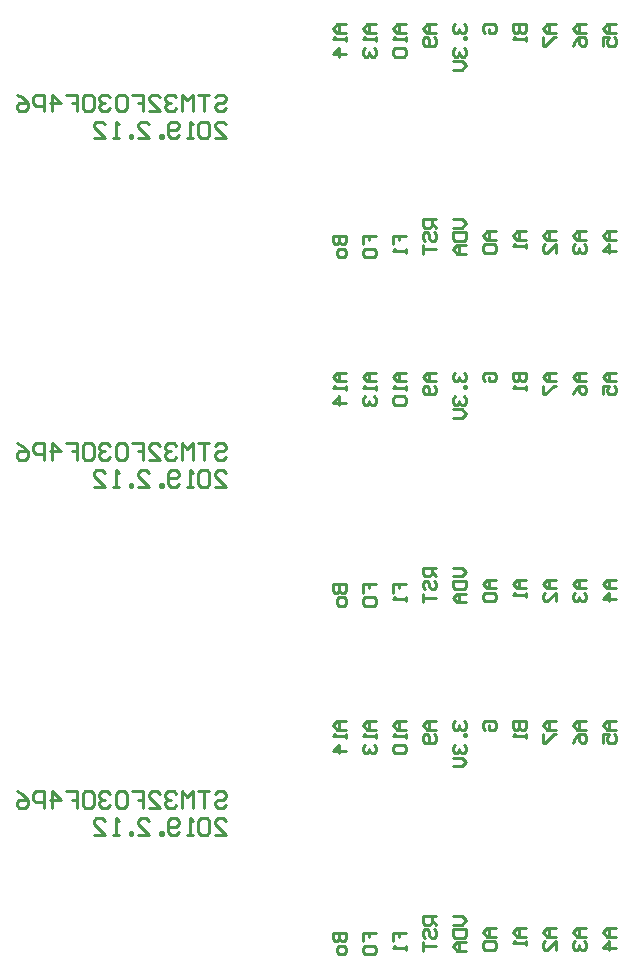
<source format=gbo>
G04 Layer_Color=32896*
%FSLAX44Y44*%
%MOMM*%
G71*
G01*
G75*
%ADD27C,0.2540*%
D27*
X305780Y166633D02*
X308112Y168966D01*
X312777D01*
X315110Y166633D01*
Y164301D01*
X312777Y161968D01*
X308112D01*
X305780Y159636D01*
Y157303D01*
X308112Y154971D01*
X312777D01*
X315110Y157303D01*
X301115Y168966D02*
X291784D01*
X296449D01*
Y154971D01*
X287119D02*
Y168966D01*
X282454Y164301D01*
X277789Y168966D01*
Y154971D01*
X273124Y166633D02*
X270791Y168966D01*
X266126D01*
X263793Y166633D01*
Y164301D01*
X266126Y161968D01*
X268458D01*
X266126D01*
X263793Y159636D01*
Y157303D01*
X266126Y154971D01*
X270791D01*
X273124Y157303D01*
X249798Y154971D02*
X259128D01*
X249798Y164301D01*
Y166633D01*
X252130Y168966D01*
X256796D01*
X259128Y166633D01*
X235802Y168966D02*
X245133D01*
Y161968D01*
X240467D01*
X245133D01*
Y154971D01*
X231137Y166633D02*
X228805Y168966D01*
X224139D01*
X221807Y166633D01*
Y157303D01*
X224139Y154971D01*
X228805D01*
X231137Y157303D01*
Y166633D01*
X217142D02*
X214809Y168966D01*
X210144D01*
X207811Y166633D01*
Y164301D01*
X210144Y161968D01*
X212477D01*
X210144D01*
X207811Y159636D01*
Y157303D01*
X210144Y154971D01*
X214809D01*
X217142Y157303D01*
X203146Y166633D02*
X200814Y168966D01*
X196148D01*
X193816Y166633D01*
Y157303D01*
X196148Y154971D01*
X200814D01*
X203146Y157303D01*
Y166633D01*
X179820Y168966D02*
X189151D01*
Y161968D01*
X184486D01*
X189151D01*
Y154971D01*
X168158D02*
Y168966D01*
X175155Y161968D01*
X165825D01*
X161160Y154971D02*
Y168966D01*
X154162D01*
X151830Y166633D01*
Y161968D01*
X154162Y159636D01*
X161160D01*
X137834Y168966D02*
X142499Y166633D01*
X147164Y161968D01*
Y157303D01*
X144832Y154971D01*
X140167D01*
X137834Y157303D01*
Y159636D01*
X140167Y161968D01*
X147164D01*
X305780Y132080D02*
X315110D01*
X305780Y141410D01*
Y143743D01*
X308112Y146075D01*
X312777D01*
X315110Y143743D01*
X301115D02*
X298782Y146075D01*
X294117D01*
X291784Y143743D01*
Y134413D01*
X294117Y132080D01*
X298782D01*
X301115Y134413D01*
Y143743D01*
X287119Y132080D02*
X282454D01*
X284786D01*
Y146075D01*
X287119Y143743D01*
X275456Y134413D02*
X273124Y132080D01*
X268458D01*
X266126Y134413D01*
Y143743D01*
X268458Y146075D01*
X273124D01*
X275456Y143743D01*
Y141410D01*
X273124Y139078D01*
X266126D01*
X261461Y132080D02*
Y134413D01*
X259128D01*
Y132080D01*
X261461D01*
X240467D02*
X249798D01*
X240467Y141410D01*
Y143743D01*
X242800Y146075D01*
X247465D01*
X249798Y143743D01*
X235802Y132080D02*
Y134413D01*
X233470D01*
Y132080D01*
X235802D01*
X224139D02*
X219474D01*
X221807D01*
Y146075D01*
X224139Y143743D01*
X203146Y132080D02*
X212477D01*
X203146Y141410D01*
Y143743D01*
X205479Y146075D01*
X210144D01*
X212477Y143743D01*
X558114Y228600D02*
X569110D01*
Y223102D01*
X567277Y221269D01*
X565444D01*
X563612Y223102D01*
Y228600D01*
Y223102D01*
X561779Y221269D01*
X559946D01*
X558114Y223102D01*
Y228600D01*
X569110Y217604D02*
Y213938D01*
Y215771D01*
X558114D01*
X559946Y217604D01*
X594510Y228600D02*
X587179D01*
X583514Y224935D01*
X587179Y221269D01*
X594510D01*
X589012D01*
Y228600D01*
X583514Y217604D02*
Y210273D01*
X585346D01*
X592677Y217604D01*
X594510D01*
X619910Y228600D02*
X612579D01*
X608914Y224935D01*
X612579Y221269D01*
X619910D01*
X614412D01*
Y228600D01*
X608914Y210273D02*
X610746Y213938D01*
X614412Y217604D01*
X618077D01*
X619910Y215771D01*
Y212105D01*
X618077Y210273D01*
X616245D01*
X614412Y212105D01*
Y217604D01*
X645310Y228600D02*
X637979D01*
X634314Y224935D01*
X637979Y221269D01*
X645310D01*
X639812D01*
Y228600D01*
X634314Y210273D02*
Y217604D01*
X639812D01*
X637979Y213938D01*
Y212105D01*
X639812Y210273D01*
X643477D01*
X645310Y212105D01*
Y215771D01*
X643477Y217604D01*
X534546Y221269D02*
X532714Y223102D01*
Y226767D01*
X534546Y228600D01*
X541877D01*
X543710Y226767D01*
Y223102D01*
X541877Y221269D01*
X538212D01*
Y224935D01*
X509146Y228600D02*
X507314Y226767D01*
Y223102D01*
X509146Y221269D01*
X510979D01*
X512812Y223102D01*
Y224935D01*
Y223102D01*
X514645Y221269D01*
X516477D01*
X518310Y223102D01*
Y226767D01*
X516477Y228600D01*
X518310Y217604D02*
X516477D01*
Y215771D01*
X518310D01*
Y217604D01*
X509146Y208440D02*
X507314Y206607D01*
Y202942D01*
X509146Y201109D01*
X510979D01*
X512812Y202942D01*
Y204774D01*
Y202942D01*
X514645Y201109D01*
X516477D01*
X518310Y202942D01*
Y206607D01*
X516477Y208440D01*
X507314Y197443D02*
X514645D01*
X518310Y193778D01*
X514645Y190112D01*
X507314D01*
X492910Y228600D02*
X485579D01*
X481914Y224935D01*
X485579Y221269D01*
X492910D01*
X487412D01*
Y228600D01*
X491077Y217604D02*
X492910Y215771D01*
Y212105D01*
X491077Y210273D01*
X483746D01*
X481914Y212105D01*
Y215771D01*
X483746Y217604D01*
X485579D01*
X487412Y215771D01*
Y210273D01*
X467510Y228600D02*
X460179D01*
X456514Y224935D01*
X460179Y221269D01*
X467510D01*
X462012D01*
Y228600D01*
X467510Y217604D02*
Y213938D01*
Y215771D01*
X456514D01*
X458346Y217604D01*
Y208440D02*
X456514Y206607D01*
Y202942D01*
X458346Y201109D01*
X465677D01*
X467510Y202942D01*
Y206607D01*
X465677Y208440D01*
X458346D01*
X442110Y228600D02*
X434779D01*
X431114Y224935D01*
X434779Y221269D01*
X442110D01*
X436612D01*
Y228600D01*
X442110Y217604D02*
Y213938D01*
Y215771D01*
X431114D01*
X432946Y217604D01*
Y208440D02*
X431114Y206607D01*
Y202942D01*
X432946Y201109D01*
X434779D01*
X436612Y202942D01*
Y204774D01*
Y202942D01*
X438445Y201109D01*
X440277D01*
X442110Y202942D01*
Y206607D01*
X440277Y208440D01*
X416710Y228600D02*
X409379D01*
X405714Y224935D01*
X409379Y221269D01*
X416710D01*
X411212D01*
Y228600D01*
X416710Y217604D02*
Y213938D01*
Y215771D01*
X405714D01*
X407546Y217604D01*
X416710Y202942D02*
X405714D01*
X411212Y208440D01*
Y201109D01*
X431114Y42199D02*
Y49530D01*
X436612D01*
Y45865D01*
Y49530D01*
X442110D01*
X432946Y38534D02*
X431114Y36701D01*
Y33035D01*
X432946Y31203D01*
X440277D01*
X442110Y33035D01*
Y36701D01*
X440277Y38534D01*
X432946D01*
X456514Y42199D02*
Y49530D01*
X462012D01*
Y45865D01*
Y49530D01*
X467510D01*
Y38534D02*
Y34868D01*
Y36701D01*
X456514D01*
X458346Y38534D01*
X405714Y49530D02*
X416710D01*
Y44032D01*
X414877Y42199D01*
X413045D01*
X411212Y44032D01*
Y49530D01*
Y44032D01*
X409379Y42199D01*
X407546D01*
X405714Y44032D01*
Y49530D01*
X416710Y36701D02*
Y33035D01*
X414877Y31203D01*
X411212D01*
X409379Y33035D01*
Y36701D01*
X411212Y38534D01*
X414877D01*
X416710Y36701D01*
X492910Y63500D02*
X481914D01*
Y58002D01*
X483746Y56169D01*
X487412D01*
X489244Y58002D01*
Y63500D01*
Y59834D02*
X492910Y56169D01*
X483746Y45173D02*
X481914Y47005D01*
Y50671D01*
X483746Y52504D01*
X485579D01*
X487412Y50671D01*
Y47005D01*
X489244Y45173D01*
X491077D01*
X492910Y47005D01*
Y50671D01*
X491077Y52504D01*
X481914Y41507D02*
Y34176D01*
Y37842D01*
X492910D01*
X507314Y63500D02*
X514645D01*
X518310Y59834D01*
X514645Y56169D01*
X507314D01*
Y52504D02*
X518310D01*
Y47005D01*
X516477Y45173D01*
X509146D01*
X507314Y47005D01*
Y52504D01*
X518310Y41507D02*
X510979D01*
X507314Y37842D01*
X510979Y34176D01*
X518310D01*
X512812D01*
Y41507D01*
X543710Y53340D02*
X536379D01*
X532714Y49675D01*
X536379Y46009D01*
X543710D01*
X538212D01*
Y53340D01*
X534546Y42344D02*
X532714Y40511D01*
Y36845D01*
X534546Y35013D01*
X541877D01*
X543710Y36845D01*
Y40511D01*
X541877Y42344D01*
X534546D01*
X569110Y53340D02*
X561779D01*
X558114Y49675D01*
X561779Y46009D01*
X569110D01*
X563612D01*
Y53340D01*
X569110Y42344D02*
Y38678D01*
Y40511D01*
X558114D01*
X559946Y42344D01*
X594510Y53340D02*
X587179D01*
X583514Y49675D01*
X587179Y46009D01*
X594510D01*
X589012D01*
Y53340D01*
X594510Y35013D02*
Y42344D01*
X587179Y35013D01*
X585346D01*
X583514Y36845D01*
Y40511D01*
X585346Y42344D01*
X619910Y53340D02*
X612579D01*
X608914Y49675D01*
X612579Y46009D01*
X619910D01*
X614412D01*
Y53340D01*
X610746Y42344D02*
X608914Y40511D01*
Y36845D01*
X610746Y35013D01*
X612579D01*
X614412Y36845D01*
Y38678D01*
Y36845D01*
X616245Y35013D01*
X618077D01*
X619910Y36845D01*
Y40511D01*
X618077Y42344D01*
X645310Y53340D02*
X637979D01*
X634314Y49675D01*
X637979Y46009D01*
X645310D01*
X639812D01*
Y53340D01*
X645310Y36845D02*
X634314D01*
X639812Y42344D01*
Y35013D01*
X305780Y461633D02*
X308112Y463966D01*
X312777D01*
X315110Y461633D01*
Y459301D01*
X312777Y456968D01*
X308112D01*
X305780Y454636D01*
Y452303D01*
X308112Y449971D01*
X312777D01*
X315110Y452303D01*
X301115Y463966D02*
X291784D01*
X296449D01*
Y449971D01*
X287119D02*
Y463966D01*
X282454Y459301D01*
X277789Y463966D01*
Y449971D01*
X273124Y461633D02*
X270791Y463966D01*
X266126D01*
X263793Y461633D01*
Y459301D01*
X266126Y456968D01*
X268458D01*
X266126D01*
X263793Y454636D01*
Y452303D01*
X266126Y449971D01*
X270791D01*
X273124Y452303D01*
X249798Y449971D02*
X259128D01*
X249798Y459301D01*
Y461633D01*
X252130Y463966D01*
X256796D01*
X259128Y461633D01*
X235802Y463966D02*
X245133D01*
Y456968D01*
X240467D01*
X245133D01*
Y449971D01*
X231137Y461633D02*
X228805Y463966D01*
X224139D01*
X221807Y461633D01*
Y452303D01*
X224139Y449971D01*
X228805D01*
X231137Y452303D01*
Y461633D01*
X217142D02*
X214809Y463966D01*
X210144D01*
X207811Y461633D01*
Y459301D01*
X210144Y456968D01*
X212477D01*
X210144D01*
X207811Y454636D01*
Y452303D01*
X210144Y449971D01*
X214809D01*
X217142Y452303D01*
X203146Y461633D02*
X200814Y463966D01*
X196148D01*
X193816Y461633D01*
Y452303D01*
X196148Y449971D01*
X200814D01*
X203146Y452303D01*
Y461633D01*
X179820Y463966D02*
X189151D01*
Y456968D01*
X184486D01*
X189151D01*
Y449971D01*
X168158D02*
Y463966D01*
X175155Y456968D01*
X165825D01*
X161160Y449971D02*
Y463966D01*
X154162D01*
X151830Y461633D01*
Y456968D01*
X154162Y454636D01*
X161160D01*
X137834Y463966D02*
X142499Y461633D01*
X147164Y456968D01*
Y452303D01*
X144832Y449971D01*
X140167D01*
X137834Y452303D01*
Y454636D01*
X140167Y456968D01*
X147164D01*
X305780Y427080D02*
X315110D01*
X305780Y436410D01*
Y438743D01*
X308112Y441076D01*
X312777D01*
X315110Y438743D01*
X301115D02*
X298782Y441076D01*
X294117D01*
X291784Y438743D01*
Y429413D01*
X294117Y427080D01*
X298782D01*
X301115Y429413D01*
Y438743D01*
X287119Y427080D02*
X282454D01*
X284786D01*
Y441076D01*
X287119Y438743D01*
X275456Y429413D02*
X273124Y427080D01*
X268458D01*
X266126Y429413D01*
Y438743D01*
X268458Y441076D01*
X273124D01*
X275456Y438743D01*
Y436410D01*
X273124Y434078D01*
X266126D01*
X261461Y427080D02*
Y429413D01*
X259128D01*
Y427080D01*
X261461D01*
X240467D02*
X249798D01*
X240467Y436410D01*
Y438743D01*
X242800Y441076D01*
X247465D01*
X249798Y438743D01*
X235802Y427080D02*
Y429413D01*
X233470D01*
Y427080D01*
X235802D01*
X224139D02*
X219474D01*
X221807D01*
Y441076D01*
X224139Y438743D01*
X203146Y427080D02*
X212477D01*
X203146Y436410D01*
Y438743D01*
X205479Y441076D01*
X210144D01*
X212477Y438743D01*
X558114Y523600D02*
X569110D01*
Y518102D01*
X567277Y516269D01*
X565444D01*
X563612Y518102D01*
Y523600D01*
Y518102D01*
X561779Y516269D01*
X559946D01*
X558114Y518102D01*
Y523600D01*
X569110Y512603D02*
Y508938D01*
Y510771D01*
X558114D01*
X559946Y512603D01*
X594510Y523600D02*
X587179D01*
X583514Y519935D01*
X587179Y516269D01*
X594510D01*
X589012D01*
Y523600D01*
X583514Y512603D02*
Y505273D01*
X585346D01*
X592677Y512603D01*
X594510D01*
X619910Y523600D02*
X612579D01*
X608914Y519935D01*
X612579Y516269D01*
X619910D01*
X614412D01*
Y523600D01*
X608914Y505273D02*
X610746Y508938D01*
X614412Y512603D01*
X618077D01*
X619910Y510771D01*
Y507105D01*
X618077Y505273D01*
X616245D01*
X614412Y507105D01*
Y512603D01*
X645310Y523600D02*
X637979D01*
X634314Y519935D01*
X637979Y516269D01*
X645310D01*
X639812D01*
Y523600D01*
X634314Y505273D02*
Y512603D01*
X639812D01*
X637979Y508938D01*
Y507105D01*
X639812Y505273D01*
X643477D01*
X645310Y507105D01*
Y510771D01*
X643477Y512603D01*
X534546Y516269D02*
X532714Y518102D01*
Y521767D01*
X534546Y523600D01*
X541877D01*
X543710Y521767D01*
Y518102D01*
X541877Y516269D01*
X538212D01*
Y519935D01*
X509146Y523600D02*
X507314Y521767D01*
Y518102D01*
X509146Y516269D01*
X510979D01*
X512812Y518102D01*
Y519935D01*
Y518102D01*
X514645Y516269D01*
X516477D01*
X518310Y518102D01*
Y521767D01*
X516477Y523600D01*
X518310Y512603D02*
X516477D01*
Y510771D01*
X518310D01*
Y512603D01*
X509146Y503440D02*
X507314Y501607D01*
Y497942D01*
X509146Y496109D01*
X510979D01*
X512812Y497942D01*
Y499774D01*
Y497942D01*
X514645Y496109D01*
X516477D01*
X518310Y497942D01*
Y501607D01*
X516477Y503440D01*
X507314Y492443D02*
X514645D01*
X518310Y488778D01*
X514645Y485112D01*
X507314D01*
X492910Y523600D02*
X485579D01*
X481914Y519935D01*
X485579Y516269D01*
X492910D01*
X487412D01*
Y523600D01*
X491077Y512603D02*
X492910Y510771D01*
Y507105D01*
X491077Y505273D01*
X483746D01*
X481914Y507105D01*
Y510771D01*
X483746Y512603D01*
X485579D01*
X487412Y510771D01*
Y505273D01*
X467510Y523600D02*
X460179D01*
X456514Y519935D01*
X460179Y516269D01*
X467510D01*
X462012D01*
Y523600D01*
X467510Y512603D02*
Y508938D01*
Y510771D01*
X456514D01*
X458346Y512603D01*
Y503440D02*
X456514Y501607D01*
Y497942D01*
X458346Y496109D01*
X465677D01*
X467510Y497942D01*
Y501607D01*
X465677Y503440D01*
X458346D01*
X442110Y523600D02*
X434779D01*
X431114Y519935D01*
X434779Y516269D01*
X442110D01*
X436612D01*
Y523600D01*
X442110Y512603D02*
Y508938D01*
Y510771D01*
X431114D01*
X432946Y512603D01*
Y503440D02*
X431114Y501607D01*
Y497942D01*
X432946Y496109D01*
X434779D01*
X436612Y497942D01*
Y499774D01*
Y497942D01*
X438445Y496109D01*
X440277D01*
X442110Y497942D01*
Y501607D01*
X440277Y503440D01*
X416710Y523600D02*
X409379D01*
X405714Y519935D01*
X409379Y516269D01*
X416710D01*
X411212D01*
Y523600D01*
X416710Y512603D02*
Y508938D01*
Y510771D01*
X405714D01*
X407546Y512603D01*
X416710Y497942D02*
X405714D01*
X411212Y503440D01*
Y496109D01*
X431114Y337199D02*
Y344530D01*
X436612D01*
Y340864D01*
Y344530D01*
X442110D01*
X432946Y333534D02*
X431114Y331701D01*
Y328035D01*
X432946Y326203D01*
X440277D01*
X442110Y328035D01*
Y331701D01*
X440277Y333534D01*
X432946D01*
X456514Y337199D02*
Y344530D01*
X462012D01*
Y340864D01*
Y344530D01*
X467510D01*
Y333534D02*
Y329868D01*
Y331701D01*
X456514D01*
X458346Y333534D01*
X405714Y344530D02*
X416710D01*
Y339032D01*
X414877Y337199D01*
X413045D01*
X411212Y339032D01*
Y344530D01*
Y339032D01*
X409379Y337199D01*
X407546D01*
X405714Y339032D01*
Y344530D01*
X416710Y331701D02*
Y328035D01*
X414877Y326203D01*
X411212D01*
X409379Y328035D01*
Y331701D01*
X411212Y333534D01*
X414877D01*
X416710Y331701D01*
X492910Y358500D02*
X481914D01*
Y353002D01*
X483746Y351169D01*
X487412D01*
X489244Y353002D01*
Y358500D01*
Y354835D02*
X492910Y351169D01*
X483746Y340173D02*
X481914Y342005D01*
Y345671D01*
X483746Y347504D01*
X485579D01*
X487412Y345671D01*
Y342005D01*
X489244Y340173D01*
X491077D01*
X492910Y342005D01*
Y345671D01*
X491077Y347504D01*
X481914Y336507D02*
Y329176D01*
Y332842D01*
X492910D01*
X507314Y358500D02*
X514645D01*
X518310Y354835D01*
X514645Y351169D01*
X507314D01*
Y347504D02*
X518310D01*
Y342005D01*
X516477Y340173D01*
X509146D01*
X507314Y342005D01*
Y347504D01*
X518310Y336507D02*
X510979D01*
X507314Y332842D01*
X510979Y329176D01*
X518310D01*
X512812D01*
Y336507D01*
X543710Y348340D02*
X536379D01*
X532714Y344674D01*
X536379Y341009D01*
X543710D01*
X538212D01*
Y348340D01*
X534546Y337343D02*
X532714Y335511D01*
Y331845D01*
X534546Y330013D01*
X541877D01*
X543710Y331845D01*
Y335511D01*
X541877Y337343D01*
X534546D01*
X569110Y348340D02*
X561779D01*
X558114Y344674D01*
X561779Y341009D01*
X569110D01*
X563612D01*
Y348340D01*
X569110Y337343D02*
Y333678D01*
Y335511D01*
X558114D01*
X559946Y337343D01*
X594510Y348340D02*
X587179D01*
X583514Y344674D01*
X587179Y341009D01*
X594510D01*
X589012D01*
Y348340D01*
X594510Y330013D02*
Y337343D01*
X587179Y330013D01*
X585346D01*
X583514Y331845D01*
Y335511D01*
X585346Y337343D01*
X619910Y348340D02*
X612579D01*
X608914Y344674D01*
X612579Y341009D01*
X619910D01*
X614412D01*
Y348340D01*
X610746Y337343D02*
X608914Y335511D01*
Y331845D01*
X610746Y330013D01*
X612579D01*
X614412Y331845D01*
Y333678D01*
Y331845D01*
X616245Y330013D01*
X618077D01*
X619910Y331845D01*
Y335511D01*
X618077Y337343D01*
X645310Y348340D02*
X637979D01*
X634314Y344674D01*
X637979Y341009D01*
X645310D01*
X639812D01*
Y348340D01*
X645310Y331845D02*
X634314D01*
X639812Y337343D01*
Y330013D01*
X305780Y756634D02*
X308112Y758966D01*
X312777D01*
X315110Y756634D01*
Y754301D01*
X312777Y751968D01*
X308112D01*
X305780Y749636D01*
Y747303D01*
X308112Y744971D01*
X312777D01*
X315110Y747303D01*
X301115Y758966D02*
X291784D01*
X296449D01*
Y744971D01*
X287119D02*
Y758966D01*
X282454Y754301D01*
X277789Y758966D01*
Y744971D01*
X273124Y756634D02*
X270791Y758966D01*
X266126D01*
X263793Y756634D01*
Y754301D01*
X266126Y751968D01*
X268458D01*
X266126D01*
X263793Y749636D01*
Y747303D01*
X266126Y744971D01*
X270791D01*
X273124Y747303D01*
X249798Y744971D02*
X259128D01*
X249798Y754301D01*
Y756634D01*
X252130Y758966D01*
X256796D01*
X259128Y756634D01*
X235802Y758966D02*
X245133D01*
Y751968D01*
X240467D01*
X245133D01*
Y744971D01*
X231137Y756634D02*
X228805Y758966D01*
X224139D01*
X221807Y756634D01*
Y747303D01*
X224139Y744971D01*
X228805D01*
X231137Y747303D01*
Y756634D01*
X217142D02*
X214809Y758966D01*
X210144D01*
X207811Y756634D01*
Y754301D01*
X210144Y751968D01*
X212477D01*
X210144D01*
X207811Y749636D01*
Y747303D01*
X210144Y744971D01*
X214809D01*
X217142Y747303D01*
X203146Y756634D02*
X200814Y758966D01*
X196148D01*
X193816Y756634D01*
Y747303D01*
X196148Y744971D01*
X200814D01*
X203146Y747303D01*
Y756634D01*
X179820Y758966D02*
X189151D01*
Y751968D01*
X184486D01*
X189151D01*
Y744971D01*
X168158D02*
Y758966D01*
X175155Y751968D01*
X165825D01*
X161160Y744971D02*
Y758966D01*
X154162D01*
X151830Y756634D01*
Y751968D01*
X154162Y749636D01*
X161160D01*
X137834Y758966D02*
X142499Y756634D01*
X147164Y751968D01*
Y747303D01*
X144832Y744971D01*
X140167D01*
X137834Y747303D01*
Y749636D01*
X140167Y751968D01*
X147164D01*
X305780Y722080D02*
X315110D01*
X305780Y731410D01*
Y733743D01*
X308112Y736076D01*
X312777D01*
X315110Y733743D01*
X301115D02*
X298782Y736076D01*
X294117D01*
X291784Y733743D01*
Y724413D01*
X294117Y722080D01*
X298782D01*
X301115Y724413D01*
Y733743D01*
X287119Y722080D02*
X282454D01*
X284786D01*
Y736076D01*
X287119Y733743D01*
X275456Y724413D02*
X273124Y722080D01*
X268458D01*
X266126Y724413D01*
Y733743D01*
X268458Y736076D01*
X273124D01*
X275456Y733743D01*
Y731410D01*
X273124Y729078D01*
X266126D01*
X261461Y722080D02*
Y724413D01*
X259128D01*
Y722080D01*
X261461D01*
X240467D02*
X249798D01*
X240467Y731410D01*
Y733743D01*
X242800Y736076D01*
X247465D01*
X249798Y733743D01*
X235802Y722080D02*
Y724413D01*
X233470D01*
Y722080D01*
X235802D01*
X224139D02*
X219474D01*
X221807D01*
Y736076D01*
X224139Y733743D01*
X203146Y722080D02*
X212477D01*
X203146Y731410D01*
Y733743D01*
X205479Y736076D01*
X210144D01*
X212477Y733743D01*
X558114Y818600D02*
X569110D01*
Y813102D01*
X567277Y811269D01*
X565444D01*
X563612Y813102D01*
Y818600D01*
Y813102D01*
X561779Y811269D01*
X559946D01*
X558114Y813102D01*
Y818600D01*
X569110Y807604D02*
Y803938D01*
Y805771D01*
X558114D01*
X559946Y807604D01*
X594510Y818600D02*
X587179D01*
X583514Y814934D01*
X587179Y811269D01*
X594510D01*
X589012D01*
Y818600D01*
X583514Y807604D02*
Y800273D01*
X585346D01*
X592677Y807604D01*
X594510D01*
X619910Y818600D02*
X612579D01*
X608914Y814934D01*
X612579Y811269D01*
X619910D01*
X614412D01*
Y818600D01*
X608914Y800273D02*
X610746Y803938D01*
X614412Y807604D01*
X618077D01*
X619910Y805771D01*
Y802105D01*
X618077Y800273D01*
X616245D01*
X614412Y802105D01*
Y807604D01*
X645310Y818600D02*
X637979D01*
X634314Y814934D01*
X637979Y811269D01*
X645310D01*
X639812D01*
Y818600D01*
X634314Y800273D02*
Y807604D01*
X639812D01*
X637979Y803938D01*
Y802105D01*
X639812Y800273D01*
X643477D01*
X645310Y802105D01*
Y805771D01*
X643477Y807604D01*
X534546Y811269D02*
X532714Y813102D01*
Y816767D01*
X534546Y818600D01*
X541877D01*
X543710Y816767D01*
Y813102D01*
X541877Y811269D01*
X538212D01*
Y814934D01*
X509146Y818600D02*
X507314Y816767D01*
Y813102D01*
X509146Y811269D01*
X510979D01*
X512812Y813102D01*
Y814934D01*
Y813102D01*
X514645Y811269D01*
X516477D01*
X518310Y813102D01*
Y816767D01*
X516477Y818600D01*
X518310Y807604D02*
X516477D01*
Y805771D01*
X518310D01*
Y807604D01*
X509146Y798440D02*
X507314Y796607D01*
Y792942D01*
X509146Y791109D01*
X510979D01*
X512812Y792942D01*
Y794774D01*
Y792942D01*
X514645Y791109D01*
X516477D01*
X518310Y792942D01*
Y796607D01*
X516477Y798440D01*
X507314Y787443D02*
X514645D01*
X518310Y783778D01*
X514645Y780112D01*
X507314D01*
X492910Y818600D02*
X485579D01*
X481914Y814934D01*
X485579Y811269D01*
X492910D01*
X487412D01*
Y818600D01*
X491077Y807604D02*
X492910Y805771D01*
Y802105D01*
X491077Y800273D01*
X483746D01*
X481914Y802105D01*
Y805771D01*
X483746Y807604D01*
X485579D01*
X487412Y805771D01*
Y800273D01*
X467510Y818600D02*
X460179D01*
X456514Y814934D01*
X460179Y811269D01*
X467510D01*
X462012D01*
Y818600D01*
X467510Y807604D02*
Y803938D01*
Y805771D01*
X456514D01*
X458346Y807604D01*
Y798440D02*
X456514Y796607D01*
Y792942D01*
X458346Y791109D01*
X465677D01*
X467510Y792942D01*
Y796607D01*
X465677Y798440D01*
X458346D01*
X442110Y818600D02*
X434779D01*
X431114Y814934D01*
X434779Y811269D01*
X442110D01*
X436612D01*
Y818600D01*
X442110Y807604D02*
Y803938D01*
Y805771D01*
X431114D01*
X432946Y807604D01*
Y798440D02*
X431114Y796607D01*
Y792942D01*
X432946Y791109D01*
X434779D01*
X436612Y792942D01*
Y794774D01*
Y792942D01*
X438445Y791109D01*
X440277D01*
X442110Y792942D01*
Y796607D01*
X440277Y798440D01*
X416710Y818600D02*
X409379D01*
X405714Y814934D01*
X409379Y811269D01*
X416710D01*
X411212D01*
Y818600D01*
X416710Y807604D02*
Y803938D01*
Y805771D01*
X405714D01*
X407546Y807604D01*
X416710Y792942D02*
X405714D01*
X411212Y798440D01*
Y791109D01*
X431114Y632199D02*
Y639530D01*
X436612D01*
Y635864D01*
Y639530D01*
X442110D01*
X432946Y628534D02*
X431114Y626701D01*
Y623035D01*
X432946Y621203D01*
X440277D01*
X442110Y623035D01*
Y626701D01*
X440277Y628534D01*
X432946D01*
X456514Y632199D02*
Y639530D01*
X462012D01*
Y635864D01*
Y639530D01*
X467510D01*
Y628534D02*
Y624868D01*
Y626701D01*
X456514D01*
X458346Y628534D01*
X405714Y639530D02*
X416710D01*
Y634032D01*
X414877Y632199D01*
X413045D01*
X411212Y634032D01*
Y639530D01*
Y634032D01*
X409379Y632199D01*
X407546D01*
X405714Y634032D01*
Y639530D01*
X416710Y626701D02*
Y623035D01*
X414877Y621203D01*
X411212D01*
X409379Y623035D01*
Y626701D01*
X411212Y628534D01*
X414877D01*
X416710Y626701D01*
X492910Y653500D02*
X481914D01*
Y648002D01*
X483746Y646169D01*
X487412D01*
X489244Y648002D01*
Y653500D01*
Y649835D02*
X492910Y646169D01*
X483746Y635173D02*
X481914Y637005D01*
Y640671D01*
X483746Y642504D01*
X485579D01*
X487412Y640671D01*
Y637005D01*
X489244Y635173D01*
X491077D01*
X492910Y637005D01*
Y640671D01*
X491077Y642504D01*
X481914Y631507D02*
Y624176D01*
Y627842D01*
X492910D01*
X507314Y653500D02*
X514645D01*
X518310Y649835D01*
X514645Y646169D01*
X507314D01*
Y642504D02*
X518310D01*
Y637005D01*
X516477Y635173D01*
X509146D01*
X507314Y637005D01*
Y642504D01*
X518310Y631507D02*
X510979D01*
X507314Y627842D01*
X510979Y624176D01*
X518310D01*
X512812D01*
Y631507D01*
X543710Y643340D02*
X536379D01*
X532714Y639674D01*
X536379Y636009D01*
X543710D01*
X538212D01*
Y643340D01*
X534546Y632343D02*
X532714Y630511D01*
Y626845D01*
X534546Y625013D01*
X541877D01*
X543710Y626845D01*
Y630511D01*
X541877Y632343D01*
X534546D01*
X569110Y643340D02*
X561779D01*
X558114Y639674D01*
X561779Y636009D01*
X569110D01*
X563612D01*
Y643340D01*
X569110Y632343D02*
Y628678D01*
Y630511D01*
X558114D01*
X559946Y632343D01*
X594510Y643340D02*
X587179D01*
X583514Y639674D01*
X587179Y636009D01*
X594510D01*
X589012D01*
Y643340D01*
X594510Y625013D02*
Y632343D01*
X587179Y625013D01*
X585346D01*
X583514Y626845D01*
Y630511D01*
X585346Y632343D01*
X619910Y643340D02*
X612579D01*
X608914Y639674D01*
X612579Y636009D01*
X619910D01*
X614412D01*
Y643340D01*
X610746Y632343D02*
X608914Y630511D01*
Y626845D01*
X610746Y625013D01*
X612579D01*
X614412Y626845D01*
Y628678D01*
Y626845D01*
X616245Y625013D01*
X618077D01*
X619910Y626845D01*
Y630511D01*
X618077Y632343D01*
X645310Y643340D02*
X637979D01*
X634314Y639674D01*
X637979Y636009D01*
X645310D01*
X639812D01*
Y643340D01*
X645310Y626845D02*
X634314D01*
X639812Y632343D01*
Y625013D01*
M02*

</source>
